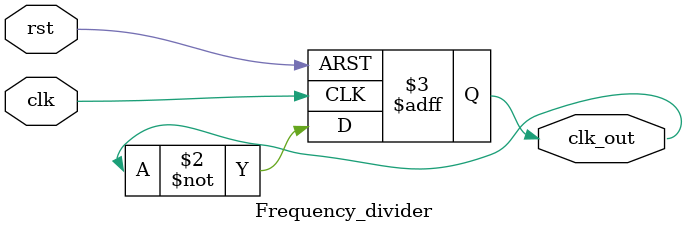
<source format=v>
module Frequency_divider(clk, rst, clk_out);

input clk, rst;
output reg clk_out;

always@(posedge clk or posedge rst)
begin
	if(rst) clk_out<=0;
	else clk_out <= ~clk_out;
end

endmodule
</source>
